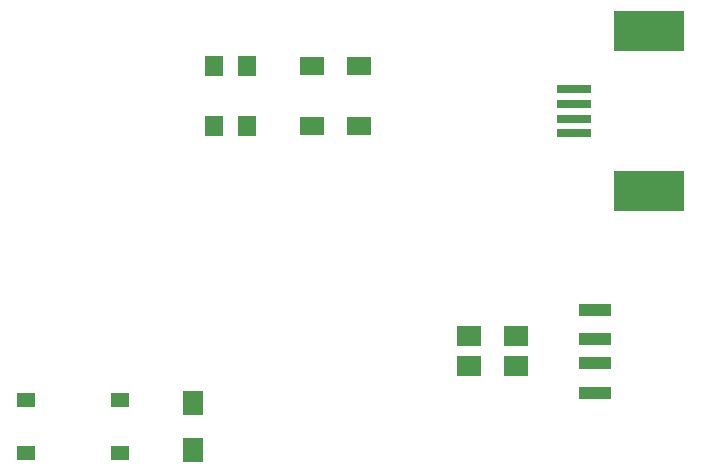
<source format=gtp>
G04 #@! TF.FileFunction,Paste,Top*
%FSLAX45Y45*%
G04 Gerber Fmt 4.5, Leading zero omitted, Abs format (unit mm)*
G04 Created by KiCad (PCBNEW (2015-06-14 BZR 5747, Git dc9ebf3)-product) date 6/25/2015 00:27:05*
%MOMM*%
G01*
G04 APERTURE LIST*
%ADD10C,0.254000*%
%ADD11R,1.597660X1.800860*%
%ADD12R,3.000000X0.700000*%
%ADD13R,6.040000X3.400000*%
%ADD14R,2.000000X1.700000*%
%ADD15R,2.000000X1.600000*%
%ADD16R,1.700000X2.000000*%
%ADD17R,1.550000X1.300000*%
%ADD18R,2.800000X1.000000*%
G04 APERTURE END LIST*
D10*
D11*
X6555486Y-7620000D03*
X6271514Y-7620000D03*
X6555486Y-8128000D03*
X6271514Y-8128000D03*
D12*
X9320300Y-7814000D03*
X9320300Y-8063000D03*
X9320300Y-8188000D03*
X9320300Y-7939000D03*
D13*
X9962300Y-7322000D03*
X9962300Y-8680000D03*
D14*
X8436000Y-9906000D03*
X8836000Y-9906000D03*
X8436000Y-10160000D03*
X8836000Y-10160000D03*
D15*
X7502500Y-7620000D03*
X7102500Y-7620000D03*
X7502500Y-8128000D03*
X7102500Y-8128000D03*
D16*
X6096000Y-10468000D03*
X6096000Y-10868000D03*
D17*
X4682500Y-10443000D03*
X5477500Y-10443000D03*
X4682500Y-10893000D03*
X5477500Y-10893000D03*
D18*
X9500760Y-10383000D03*
X9500760Y-10133000D03*
X9500760Y-9933000D03*
X9500760Y-9683000D03*
M02*

</source>
